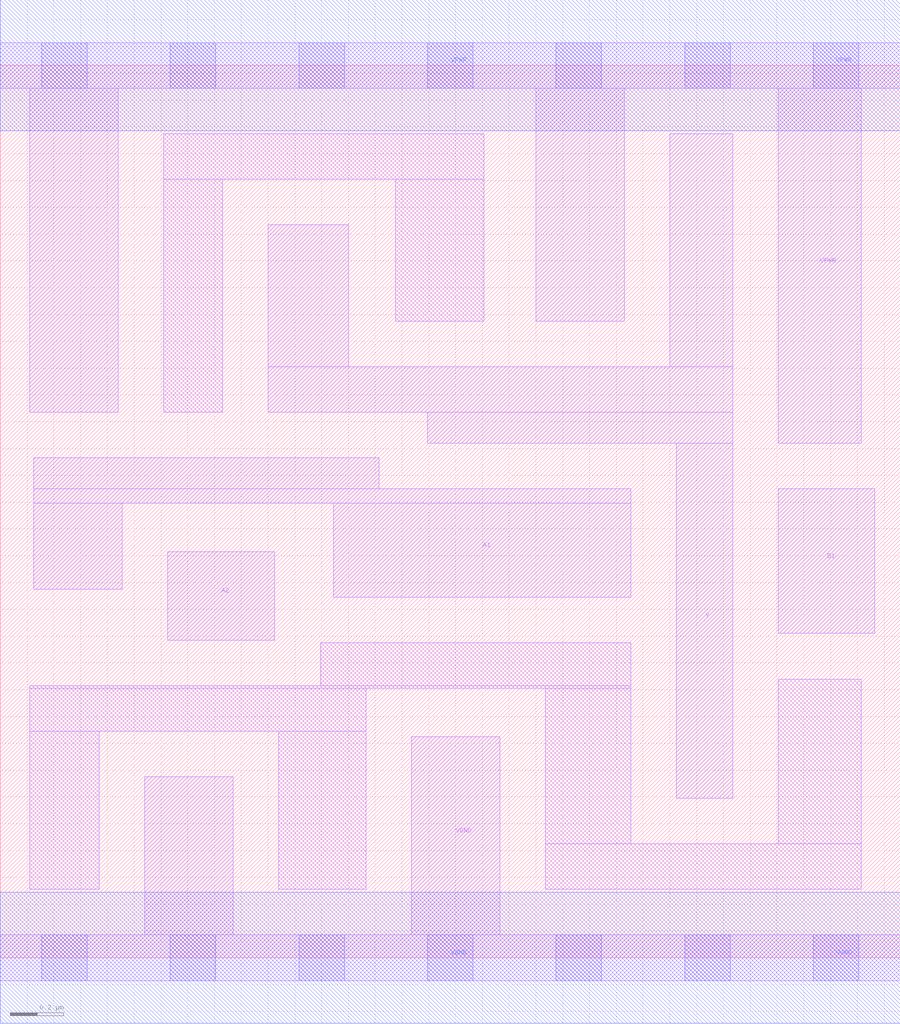
<source format=lef>
# Copyright 2020 The SkyWater PDK Authors
#
# Licensed under the Apache License, Version 2.0 (the "License");
# you may not use this file except in compliance with the License.
# You may obtain a copy of the License at
#
#     https://www.apache.org/licenses/LICENSE-2.0
#
# Unless required by applicable law or agreed to in writing, software
# distributed under the License is distributed on an "AS IS" BASIS,
# WITHOUT WARRANTIES OR CONDITIONS OF ANY KIND, either express or implied.
# See the License for the specific language governing permissions and
# limitations under the License.
#
# SPDX-License-Identifier: Apache-2.0

VERSION 5.7 ;
  NAMESCASESENSITIVE ON ;
  NOWIREEXTENSIONATPIN ON ;
  DIVIDERCHAR "/" ;
  BUSBITCHARS "[]" ;
UNITS
  DATABASE MICRONS 200 ;
END UNITS
MACRO sky130_fd_sc_lp__o21ai_2
  CLASS CORE ;
  SOURCE USER ;
  FOREIGN sky130_fd_sc_lp__o21ai_2 ;
  ORIGIN  0.000000  0.000000 ;
  SIZE  3.360000 BY  3.330000 ;
  SYMMETRY X Y R90 ;
  SITE unit ;
  PIN A1
    ANTENNAGATEAREA  0.630000 ;
    DIRECTION INPUT ;
    USE SIGNAL ;
    PORT
      LAYER li1 ;
        RECT 0.125000 1.375000 0.455000 1.695000 ;
        RECT 0.125000 1.695000 2.355000 1.750000 ;
        RECT 0.125000 1.750000 1.415000 1.865000 ;
        RECT 1.245000 1.345000 2.355000 1.695000 ;
    END
  END A1
  PIN A2
    ANTENNAGATEAREA  0.630000 ;
    DIRECTION INPUT ;
    USE SIGNAL ;
    PORT
      LAYER li1 ;
        RECT 0.625000 1.185000 1.025000 1.515000 ;
    END
  END A2
  PIN B1
    ANTENNAGATEAREA  0.630000 ;
    DIRECTION INPUT ;
    USE SIGNAL ;
    PORT
      LAYER li1 ;
        RECT 2.905000 1.210000 3.265000 1.750000 ;
    END
  END B1
  PIN Y
    ANTENNADIFFAREA  0.940800 ;
    DIRECTION OUTPUT ;
    USE SIGNAL ;
    PORT
      LAYER li1 ;
        RECT 1.000000 2.035000 2.735000 2.205000 ;
        RECT 1.000000 2.205000 1.300000 2.735000 ;
        RECT 1.595000 1.920000 2.735000 2.035000 ;
        RECT 2.500000 2.205000 2.735000 3.075000 ;
        RECT 2.525000 0.595000 2.735000 1.920000 ;
    END
  END Y
  PIN VGND
    DIRECTION INOUT ;
    USE GROUND ;
    PORT
      LAYER li1 ;
        RECT 0.000000 -0.085000 3.360000 0.085000 ;
        RECT 0.540000  0.085000 0.870000 0.675000 ;
        RECT 1.535000  0.085000 1.865000 0.825000 ;
      LAYER mcon ;
        RECT 0.155000 -0.085000 0.325000 0.085000 ;
        RECT 0.635000 -0.085000 0.805000 0.085000 ;
        RECT 1.115000 -0.085000 1.285000 0.085000 ;
        RECT 1.595000 -0.085000 1.765000 0.085000 ;
        RECT 2.075000 -0.085000 2.245000 0.085000 ;
        RECT 2.555000 -0.085000 2.725000 0.085000 ;
        RECT 3.035000 -0.085000 3.205000 0.085000 ;
      LAYER met1 ;
        RECT 0.000000 -0.245000 3.360000 0.245000 ;
    END
  END VGND
  PIN VPWR
    DIRECTION INOUT ;
    USE POWER ;
    PORT
      LAYER li1 ;
        RECT 0.000000 3.245000 3.360000 3.415000 ;
        RECT 0.110000 2.035000 0.440000 3.245000 ;
        RECT 2.000000 2.375000 2.330000 3.245000 ;
        RECT 2.905000 1.920000 3.215000 3.245000 ;
      LAYER mcon ;
        RECT 0.155000 3.245000 0.325000 3.415000 ;
        RECT 0.635000 3.245000 0.805000 3.415000 ;
        RECT 1.115000 3.245000 1.285000 3.415000 ;
        RECT 1.595000 3.245000 1.765000 3.415000 ;
        RECT 2.075000 3.245000 2.245000 3.415000 ;
        RECT 2.555000 3.245000 2.725000 3.415000 ;
        RECT 3.035000 3.245000 3.205000 3.415000 ;
      LAYER met1 ;
        RECT 0.000000 3.085000 3.360000 3.575000 ;
    END
  END VPWR
  OBS
    LAYER li1 ;
      RECT 0.110000 0.255000 0.370000 0.845000 ;
      RECT 0.110000 0.845000 1.365000 1.005000 ;
      RECT 0.110000 1.005000 2.355000 1.015000 ;
      RECT 0.610000 2.035000 0.830000 2.905000 ;
      RECT 0.610000 2.905000 1.805000 3.075000 ;
      RECT 1.040000 0.255000 1.365000 0.845000 ;
      RECT 1.195000 1.015000 2.355000 1.175000 ;
      RECT 1.475000 2.375000 1.805000 2.905000 ;
      RECT 2.035000 0.255000 3.215000 0.425000 ;
      RECT 2.035000 0.425000 2.355000 1.005000 ;
      RECT 2.905000 0.425000 3.215000 1.040000 ;
  END
END sky130_fd_sc_lp__o21ai_2

</source>
